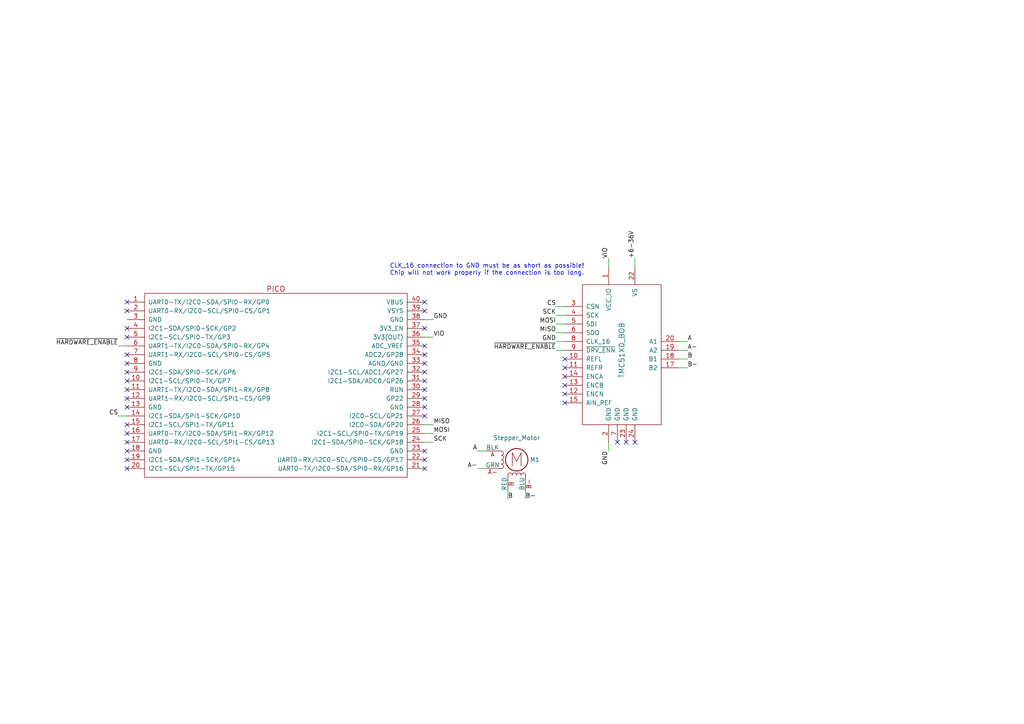
<source format=kicad_sch>
(kicad_sch (version 20230121) (generator eeschema)
  (paper "A4")
  (title_block (title "Trinamic Wiring") (date "2024-03-07") (rev "0.4") (company "Janelia Research Campus"))
  (lib_symbols
    (symbol "Janelia:PICO_HEADERS" (pin_names (offset 1.016))
      (symbol "PICO_HEADERS_0_1"
        (rectangle (start -38.1 26.67) (end 38.1 -26.67))
      )
      (symbol "PICO_HEADERS_1_1"
        (text "PICO" (at 0 27.94 0) (effects (font (size 1.524 1.524))))
        (pin bidirectional line (at -43.18 24.13 0) (length 5.08) (name "UART0-TX/I2C0-SDA/SPI0-RX/GP0") (number "1"))
        (pin bidirectional line (at -43.18 1.27 0) (length 5.08) (name "I2C1-SCL/SPI0-TX/GP7") (number "10"))
        (pin bidirectional line (at -43.18 -1.27 0) (length 5.08) (name "UART1-TX/I2C0-SDA/SPI1-RX/GP8") (number "11"))
        (pin bidirectional line (at -43.18 -3.81 0) (length 5.08) (name "UART1-RX/I2C0-SCL/SPI1-CS/GP9") (number "12"))
        (pin passive line (at -43.18 -6.35 0) (length 5.08) (name "GND") (number "13"))
        (pin bidirectional line (at -43.18 -8.89 0) (length 5.08) (name "I2C1-SDA/SPI1-SCK/GP10") (number "14"))
        (pin bidirectional line (at -43.18 -11.43 0) (length 5.08) (name "I2C1-SCL/SPI1-TX/GP11") (number "15"))
        (pin bidirectional line (at -43.18 -13.97 0) (length 5.08) (name "UART0-TX/I2C0-SDA/SPI1-RX/GP12") (number "16"))
        (pin bidirectional line (at -43.18 -16.51 0) (length 5.08) (name "UART0-RX/I2C0-SCL/SPI1-CS/GP13") (number "17"))
        (pin passive line (at -43.18 -19.05 0) (length 5.08) (name "GND") (number "18"))
        (pin bidirectional line (at -43.18 -21.59 0) (length 5.08) (name "I2C1-SDA/SPI1-SCK/GP14") (number "19"))
        (pin bidirectional line (at -43.18 21.59 0) (length 5.08) (name "UART0-RX/I2C0-SCL/SPI0-CS/GP1") (number "2"))
        (pin bidirectional line (at -43.18 -24.13 0) (length 5.08) (name "I2C1-SCL/SPI1-TX/GP15") (number "20"))
        (pin bidirectional line (at 43.18 -24.13 180) (length 5.08) (name "UART0-TX/I2C0-SDA/SPI0-RX/GP16") (number "21"))
        (pin bidirectional line (at 43.18 -21.59 180) (length 5.08) (name "UART0-RX/I2C0-SCL/SPI0-CS/GP17") (number "22"))
        (pin passive line (at 43.18 -19.05 180) (length 5.08) (name "GND") (number "23"))
        (pin bidirectional line (at 43.18 -16.51 180) (length 5.08) (name "I2C1-SDA/SPI0-SCK/GP18") (number "24"))
        (pin bidirectional line (at 43.18 -13.97 180) (length 5.08) (name "I2C1-SCL/SPI0-TX/GP19") (number "25"))
        (pin bidirectional line (at 43.18 -11.43 180) (length 5.08) (name "I2C0-SDA/GP20") (number "26"))
        (pin bidirectional line (at 43.18 -8.89 180) (length 5.08) (name "I2C0-SCL/GP21") (number "27"))
        (pin passive line (at 43.18 -6.35 180) (length 5.08) (name "GND") (number "28"))
        (pin passive line (at 43.18 -3.81 180) (length 5.08) (name "GP22") (number "29"))
        (pin passive line (at -43.18 19.05 0) (length 5.08) (name "GND") (number "3"))
        (pin passive line (at 43.18 -1.27 180) (length 5.08) (name "RUN") (number "30"))
        (pin passive line (at 43.18 1.27 180) (length 5.08) (name "I2C1-SDA/ADC0/GP26") (number "31"))
        (pin passive line (at 43.18 3.81 180) (length 5.08) (name "I2C1-SCL/ADC1/GP27") (number "32"))
        (pin passive line (at 43.18 6.35 180) (length 5.08) (name "AGND/GND") (number "33"))
        (pin passive line (at 43.18 8.89 180) (length 5.08) (name "ADC2/GP28") (number "34"))
        (pin passive line (at 43.18 11.43 180) (length 5.08) (name "ADC_VREF") (number "35"))
        (pin passive line (at 43.18 13.97 180) (length 5.08) (name "3V3(OUT)") (number "36"))
        (pin passive line (at 43.18 16.51 180) (length 5.08) (name "3V3_EN") (number "37"))
        (pin passive line (at 43.18 19.05 180) (length 5.08) (name "GND") (number "38"))
        (pin passive line (at 43.18 21.59 180) (length 5.08) (name "VSYS") (number "39"))
        (pin bidirectional line (at -43.18 16.51 0) (length 5.08) (name "I2C1-SDA/SPI0-SCK/GP2") (number "4"))
        (pin passive line (at 43.18 24.13 180) (length 5.08) (name "VBUS") (number "40"))
        (pin bidirectional line (at -43.18 13.97 0) (length 5.08) (name "I2C1-SCL/SPI0-TX/GP3") (number "5"))
        (pin bidirectional line (at -43.18 11.43 0) (length 5.08) (name "UART1-TX/I2C0-SDA/SPI0-RX/GP4") (number "6"))
        (pin bidirectional line (at -43.18 8.89 0) (length 5.08) (name "UART1-RX/I2C0-SCL/SPI0-CS/GP5") (number "7"))
        (pin passive line (at -43.18 6.35 0) (length 5.08) (name "GND") (number "8"))
        (pin bidirectional line (at -43.18 3.81 0) (length 5.08) (name "I2C1-SDA/SPI0-SCK/GP6") (number "9"))
      )
    )
    (symbol "Janelia:Stepper_Motor_QSH2818-32-07-006" (pin_names (offset 0))
      (property "Reference" "M" (at 3.81 0 0))
      (property "Value" "Stepper_Motor_QSH2818-32-07-006" (at 0 6.35 0))
      (symbol "Stepper_Motor_QSH2818-32-07-006_0_0"
        (polyline (pts (xy -1.27 -1.778) (xy -1.27 2.032) (xy 0 -0.508) (xy 1.27 2.032) (xy 1.27 -1.778)))
      )
      (symbol "Stepper_Motor_QSH2818-32-07-006_0_1"
        (arc (start -4.445 -2.54) (mid -3.8127 -1.905) (end -4.445 -1.27))
        (arc (start -4.445 -1.27) (mid -3.8127 -0.635) (end -4.445 0))
        (arc (start -4.445 0) (mid -3.8127 0.635) (end -4.445 1.27))
        (arc (start -4.445 1.27) (mid -3.8127 1.905) (end -4.445 2.54))
        (arc (start -1.27 -4.445) (mid -1.905 -3.8127) (end -2.54 -4.445))
        (arc (start 0 -4.445) (mid -0.635 -3.8127) (end -1.27 -4.445))
        (polyline (pts (xy -5.08 -2.54) (xy -4.445 -2.54)))
        (polyline (pts (xy -5.08 2.54) (xy -4.445 2.54)))
        (polyline (pts (xy -2.54 -5.08) (xy -2.54 -4.445)))
        (polyline (pts (xy 2.54 -5.08) (xy 2.54 -4.445)))
        (circle (center 0 0) (radius 3.2512) (stroke (width 0.254)))
        (arc (start 1.27 -4.445) (mid 0.635 -3.8127) (end 0 -4.445))
        (arc (start 2.54 -4.445) (mid 1.905 -3.8127) (end 1.27 -4.445))
      )
      (symbol "Stepper_Motor_QSH2818-32-07-006_1_1"
        (pin passive line (at -8.89 2.54 0) (length 3.81) (name "BLK") (number "A"))
        (pin passive line (at -8.89 -2.54 0) (length 3.81) (name "GRN") (number "A-"))
        (pin passive line (at -2.54 -8.89 90) (length 3.81) (name "RED") (number "B"))
        (pin passive line (at 2.54 -8.89 90) (length 3.81) (name "BLU") (number "B-"))
      )
    )
    (symbol "Janelia:TMC51X0_BOB" (pin_names (offset 1.016))
      (property "Value" "TMC51X0_BOB" (at 0 0 90))
      (symbol "TMC51X0_BOB_0_1"
        (rectangle (start -11.43 20.32) (end 11.43 -20.32))
      )
      (symbol "TMC51X0_BOB_1_1"
        (pin power_in line (at -3.81 25.4 270) (length 5.08) (name "VCC_IO") (number "1"))
        (pin input line (at -16.51 -1.27 0) (length 5.08) (name "REFL") (number "10"))
        (pin input line (at -16.51 -3.81 0) (length 5.08) (name "REFR") (number "11"))
        (pin input line (at -16.51 -11.43 0) (length 5.08) (name "ENCN") (number "12"))
        (pin input line (at -16.51 -8.89 0) (length 5.08) (name "ENCB") (number "13"))
        (pin input line (at -16.51 -6.35 0) (length 5.08) (name "ENCA") (number "14"))
        (pin input line (at -16.51 -13.97 0) (length 5.08) (name "AIN_REF") (number "15"))
        (pin power_out line (at 16.51 -3.81 180) (length 5.08) (name "B2") (number "17"))
        (pin power_out line (at 16.51 -1.27 180) (length 5.08) (name "B1") (number "18"))
        (pin power_out line (at 16.51 1.27 180) (length 5.08) (name "A2") (number "19"))
        (pin power_in line (at -3.81 -25.4 90) (length 5.08) (name "GND") (number "2"))
        (pin power_out line (at 16.51 3.81 180) (length 5.08) (name "A1") (number "20"))
        (pin power_in line (at 3.81 25.4 270) (length 5.08) (name "VS") (number "22"))
        (pin power_in line (at 1.27 -25.4 90) (length 5.08) (name "GND") (number "23"))
        (pin power_in line (at 3.81 -25.4 90) (length 5.08) (name "GND") (number "24"))
        (pin input line (at -16.51 13.97 0) (length 5.08) (name "CSN") (number "3"))
        (pin input line (at -16.51 11.43 0) (length 5.08) (name "SCK") (number "4"))
        (pin input line (at -16.51 8.89 0) (length 5.08) (name "SDI") (number "5"))
        (pin output line (at -16.51 6.35 0) (length 5.08) (name "SDO") (number "6"))
        (pin power_in line (at -1.27 -25.4 90) (length 5.08) (name "GND") (number "7"))
        (pin input line (at -16.51 3.81 0) (length 5.08) (name "CLK_16") (number "8"))
        (pin input line (at -16.51 1.27 0) (length 5.08) (name "~{DRV_ENN}") (number "9"))
      )
    )
  )
  (no_connect (at 123.19 90.17))
  (no_connect (at 123.19 118.11))
  (no_connect (at 123.19 135.89))
  (no_connect (at 163.83 114.3))
  (no_connect (at 123.19 87.63))
  (no_connect (at 123.19 130.81))
  (no_connect (at 36.83 115.57))
  (no_connect (at 36.83 125.73))
  (no_connect (at 163.83 104.14))
  (no_connect (at 163.83 109.22))
  (no_connect (at 163.83 106.68))
  (no_connect (at 36.83 128.27))
  (no_connect (at 181.61 128.27))
  (no_connect (at 36.83 135.89))
  (no_connect (at 163.83 116.84))
  (no_connect (at 36.83 130.81))
  (no_connect (at 36.83 87.63))
  (no_connect (at 36.83 105.41))
  (no_connect (at 36.83 102.87))
  (no_connect (at 36.83 107.95))
  (no_connect (at 36.83 110.49))
  (no_connect (at 36.83 113.03))
  (no_connect (at 123.19 100.33))
  (no_connect (at 123.19 95.25))
  (no_connect (at 123.19 115.57))
  (no_connect (at 123.19 113.03))
  (no_connect (at 123.19 110.49))
  (no_connect (at 123.19 107.95))
  (no_connect (at 123.19 105.41))
  (no_connect (at 123.19 102.87))
  (no_connect (at 36.83 95.25))
  (no_connect (at 36.83 118.11))
  (no_connect (at 123.19 133.35))
  (no_connect (at 163.83 111.76))
  (no_connect (at 123.19 120.65))
  (no_connect (at 179.07 128.27))
  (no_connect (at 36.83 123.19))
  (no_connect (at 184.15 128.27))
  (no_connect (at 36.83 90.17))
  (no_connect (at 36.83 97.79))
  (no_connect (at 36.83 133.35))
  (wire (pts (xy 196.85 104.14) (xy 199.39 104.14)))
  (wire (pts (xy 161.29 96.52) (xy 163.83 96.52)))
  (wire (pts (xy 138.43 130.81) (xy 140.97 130.81)))
  (wire (pts (xy 161.29 88.9) (xy 163.83 88.9)))
  (wire (pts (xy 34.29 120.65) (xy 36.83 120.65)))
  (wire (pts (xy 125.73 125.73) (xy 123.19 125.73)))
  (wire (pts (xy 147.32 142.24) (xy 147.32 144.78)))
  (wire (pts (xy 125.73 92.71) (xy 123.19 92.71)))
  (wire (pts (xy 138.43 135.89) (xy 140.97 135.89)))
  (wire (pts (xy 163.83 91.44) (xy 161.29 91.44)))
  (wire (pts (xy 161.29 93.98) (xy 163.83 93.98)))
  (wire (pts (xy 176.53 77.47) (xy 176.53 74.93)))
  (wire (pts (xy 152.4 142.24) (xy 152.4 144.78)))
  (wire (pts (xy 125.73 123.19) (xy 123.19 123.19)))
  (wire (pts (xy 123.19 97.79) (xy 125.73 97.79)))
  (wire (pts (xy 196.85 101.6) (xy 199.39 101.6)))
  (wire (pts (xy 176.53 128.27) (xy 176.53 130.81)))
  (wire (pts (xy 184.15 77.47) (xy 184.15 74.93)))
  (wire (pts (xy 163.83 99.06) (xy 161.29 99.06)))
  (wire (pts (xy 161.29 101.6) (xy 163.83 101.6)))
  (wire (pts (xy 196.85 99.06) (xy 199.39 99.06)))
  (wire (pts (xy 123.19 128.27) (xy 125.73 128.27)))
  (wire (pts (xy 34.29 100.33) (xy 36.83 100.33)))
  (wire (pts (xy 196.85 106.68) (xy 199.39 106.68)))
  (text "CLK_16 connection to GND must be as short as possible!\nChip will not work properly if the connection is too long." (at 113.03 80.01 0) (effects (font (size 1.27 1.27)) (justify left bottom)))
  (label "~{HARDWARE_ENABLE}" (at 161.29 101.6 180))
  (label "MISO" (at 161.29 96.52 180))
  (label "A-" (at 199.39 101.6 0))
  (label "VIO" (at 176.53 74.93 90))
  (label "+6-36V" (at 184.15 74.93 90))
  (label "~{HARDWARE_ENABLE}" (at 34.29 100.33 180))
  (label "SCK" (at 161.29 91.44 180))
  (label "VIO" (at 125.73 97.79 0))
  (label "B-" (at 152.4 144.78 0))
  (label "B" (at 147.32 144.78 0))
  (label "CS" (at 34.29 120.65 180))
  (label "B-" (at 199.39 106.68 0))
  (label "GND" (at 161.29 99.06 180))
  (label "A" (at 138.43 130.81 180))
  (label "A-" (at 138.43 135.89 180))
  (label "MOSI" (at 161.29 93.98 180))
  (label "B" (at 199.39 104.14 0))
  (label "GND" (at 176.53 130.81 270))
  (label "SCK" (at 125.73 128.27 0))
  (label "MOSI" (at 125.73 125.73 0))
  (label "MISO" (at 125.73 123.19 0))
  (label "CS" (at 161.29 88.9 180))
  (label "A" (at 199.39 99.06 0))
  (label "GND" (at 125.73 92.71 0))
  (symbol (lib_id "Janelia:TMC51X0_BOB") (at 180.34 102.87 0) (unit 1)
    (property "Reference" "BOB1" (effects hide))
    (property "Value" "TMC51X0_BOB" (at 180.34 101.6 90) (effects (font (size 1.524 1.524))))
    (property "Vendor" "Digi-Key" (effects hide))
    (property "Vendor Part Number" "505-TMC51X0A-BOB-ND" (effects hide))
    (property "Description" "BREAKOUTBOARD WITH TMC51X0A" (effects hide))
    (property "Manufacturer" "Analog Devices Inc." (effects hide))
    (property "Manufacturer Part Number" "TMC51X0A-BOB" (effects hide))
    (property "Sim.Enable" "0" (effects hide))
  )
  (symbol (lib_id "Janelia:PICO_HEADERS") (at 80.01 111.76 0) (unit 1)
    (property "Reference" "A3" (effects hide))
    (property "Value" "PICO_HEADERS" (effects hide))
    (property "Footprint" "Janelia:PICO_HEADERS" (effects hide))
    (property "Vendor" "Digi-Key" (effects hide))
    (property "Sim.Enable" "0" (effects hide))
  )
  (symbol (lib_id "Janelia:Stepper_Motor_QSH2818-32-07-006") (at 149.86 133.35 0) (unit 1)
    (property "Reference" "M1" (at 153.67 133.35 0) (effects (justify left)))
    (property "Value" "Stepper_Motor" (at 149.86 127 0))
    (property "Manufacturer" "Trinamic Motion Control" (effects hide))
    (property "Manufacturer Part Number" "QSH2818-32-07-006" (effects hide))
    (property "Vendor" "Digi-Key" (effects hide))
    (property "Vendor Part Number" "1460-1072-ND" (effects hide))
  )
)
</source>
